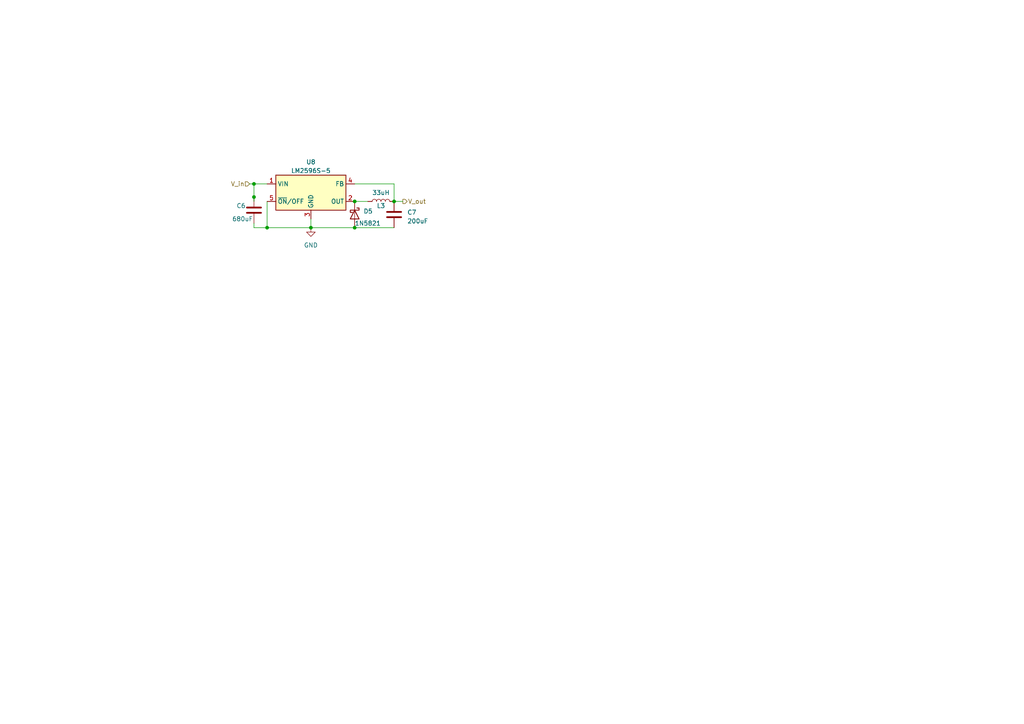
<source format=kicad_sch>
(kicad_sch (version 20230121) (generator eeschema)
  (paper "A4")
  (lib_symbols
    (symbol "Device:C" (pin_numbers hide) (pin_names (offset 0.254))
      (property "Reference" "C" (at 0.635 2.54 0))
      (property "Value" "C" (at 0.635 -2.54 0))
      (symbol "C_0_1"
        (polyline (pts (xy -2.032 -0.762) (xy 2.032 -0.762)) (stroke (width 0.508)))
        (polyline (pts (xy -2.032 0.762) (xy 2.032 0.762)) (stroke (width 0.508)))
      )
      (symbol "C_1_1"
        (pin passive line (at 0 3.81 270) (length 2.794) (name "~") (number "1"))
        (pin passive line (at 0 -3.81 90) (length 2.794) (name "~") (number "2"))
      )
    )
    (symbol "Device:L" (pin_numbers hide) (pin_names (offset 1.016) hide)
      (property "Reference" "L" (at -1.27 0 90))
      (property "Value" "L" (at 1.905 0 90))
      (symbol "L_0_1"
        (arc (start 0 -2.54) (mid 0.6323 -1.905) (end 0 -1.27))
        (arc (start 0 -1.27) (mid 0.6323 -0.635) (end 0 0))
        (arc (start 0 0) (mid 0.6323 0.635) (end 0 1.27))
        (arc (start 0 1.27) (mid 0.6323 1.905) (end 0 2.54))
      )
      (symbol "L_1_1"
        (pin passive line (at 0 3.81 270) (length 1.27) (name "1") (number "1"))
        (pin passive line (at 0 -3.81 90) (length 1.27) (name "2") (number "2"))
      )
    )
    (symbol "Diode:1N5821" (pin_numbers hide) (pin_names (offset 1.016) hide)
      (property "Reference" "D" (at 0 2.54 0))
      (property "Value" "1N5821" (at 0 -2.54 0))
      (symbol "1N5821_0_1"
        (polyline (pts (xy 1.27 0) (xy -1.27 0)))
        (polyline (pts (xy 1.27 1.27) (xy 1.27 -1.27) (xy -1.27 0) (xy 1.27 1.27)) (stroke (width 0.254)))
        (polyline (pts (xy -1.905 0.635) (xy -1.905 1.27) (xy -1.27 1.27) (xy -1.27 -1.27) (xy -0.635 -1.27) (xy -0.635 -0.635)) (stroke (width 0.254)))
      )
      (symbol "1N5821_1_1"
        (pin passive line (at -3.81 0 0) (length 2.54) (name "K") (number "1"))
        (pin passive line (at 3.81 0 180) (length 2.54) (name "A") (number "2"))
      )
    )
    (symbol "Regulator_Switching:LM2596S-5"
      (property "Reference" "U" (at -10.16 6.35 0))
      (property "Value" "LM2596S-5" (at 0 6.35 0))
      (symbol "LM2596S-5_0_1"
        (rectangle (start -10.16 5.08) (end 10.16 -5.08) (stroke (width 0.254)) (fill (type background)))
      )
      (symbol "LM2596S-5_1_1"
        (pin power_in line (at -12.7 2.54 0) (length 2.54) (name "VIN") (number "1"))
        (pin output line (at 12.7 -2.54 180) (length 2.54) (name "OUT") (number "2"))
        (pin power_in line (at 0 -7.62 90) (length 2.54) (name "GND") (number "3"))
        (pin input line (at 12.7 2.54 180) (length 2.54) (name "FB") (number "4"))
        (pin input line (at -12.7 -2.54 0) (length 2.54) (name "~{ON}/OFF") (number "5"))
      )
    )
    (symbol "power:GND" (power) (pin_names (offset 0))
      (property "Value" "GND" (at 0 -3.81 0))
      (symbol "GND_0_1"
        (polyline (pts (xy 0 0) (xy 0 -1.27) (xy 1.27 -1.27) (xy 0 -2.54) (xy -1.27 -1.27) (xy 0 -1.27)))
      )
      (symbol "GND_1_1"
        (pin power_in line (at 0 0 270) (length 0) hide (name "GND") (number "1"))
      )
    )
  )
  (junction (at 90.17 66.04))
  (junction (at 114.3 58.42))
  (junction (at 73.66 53.34))
  (junction (at 77.47 66.04))
  (junction (at 73.66 57.15))
  (junction (at 102.87 58.42))
  (junction (at 102.87 66.04))
  (wire (pts (xy 72.39 53.34) (xy 73.66 53.34)))
  (wire (pts (xy 102.87 53.34) (xy 114.3 53.34)))
  (wire (pts (xy 102.87 58.42) (xy 106.68 58.42)))
  (wire (pts (xy 90.17 63.5) (xy 90.17 66.04)))
  (wire (pts (xy 73.66 66.04) (xy 77.47 66.04)))
  (wire (pts (xy 73.66 66.04) (xy 73.66 64.77)))
  (wire (pts (xy 90.17 66.04) (xy 102.87 66.04)))
  (wire (pts (xy 73.66 57.15) (xy 73.66 58.42)))
  (wire (pts (xy 73.66 53.34) (xy 73.66 57.15)))
  (wire (pts (xy 73.66 53.34) (xy 77.47 53.34)))
  (wire (pts (xy 77.47 66.04) (xy 90.17 66.04)))
  (wire (pts (xy 116.84 58.42) (xy 114.3 58.42)))
  (wire (pts (xy 102.87 66.04) (xy 114.3 66.04)))
  (wire (pts (xy 77.47 58.42) (xy 77.47 66.04)))
  (wire (pts (xy 114.3 53.34) (xy 114.3 58.42)))
  (hierarchical_label "V­­_out" (shape output) (at 116.84 58.42 0))
  (hierarchical_label "V_in" (shape input) (at 72.39 53.34 180))
  (symbol (lib_id "Diode:1N5821") (at 102.87 62.23 270) (unit 1)
    (property "Reference" "D3" (at 105.41 61.2775 90) (effects (justify left)))
    (property "Value" "1N5821" (at 102.87 64.77 90) (effects (justify left)))
    (property "Footprint" "Diode_THT:D_DO-201AD_P15.24mm_Horizontal" (effects hide))
    (property "Datasheet" "http://www.vishay.com/docs/88526/1n5820.pdf" (effects hide))
    (instances (project "augertapowermanagement" (path "" (reference "D5") (unit 1)) (path "" (reference "D6") (unit 1)) (path "" (reference "D7") (unit 1)) (path "" (reference "D8") (unit 1)) (path "" (reference "D9") (unit 1)) (path "" (reference "D10") (unit 1))))
  )
  (symbol (lib_id "Regulator_Switching:LM2596S-5") (at 90.17 55.88 0) (unit 1)
    (property "Reference" "U16" (at 90.17 46.99 0))
    (property "Value" "LM2596S-5" (at 90.17 49.53 0))
    (property "Footprint" "Package_TO_SOT_SMD:TO-263-5_TabPin3" (effects hide))
    (property "Datasheet" "http://www.ti.com/lit/ds/symlink/lm2596.pdf" (effects hide))
    (instances (project "augertapowermanagement" (path "" (reference "U8") (unit 1)) (path "" (reference "U4") (unit 1)) (path "" (reference "U5") (unit 1)) (path "" (reference "U9") (unit 1)) (path "" (reference "U13") (unit 1)) (path "" (reference "U17") (unit 1))))
  )
  (symbol (lib_id "Device:C") (at 114.3 62.23 0) (unit 1)
    (property "Reference" "C3" (at 118.11 61.595 0) (effects (justify left)))
    (property "Value" "200uF" (at 118.11 64.135 0) (effects (justify left)))
    (instances (project "augertapowermanagement" (path "" (reference "C7") (unit 1)) (path "" (reference "C9") (unit 1)) (path "" (reference "C11") (unit 1)) (path "" (reference "C13") (unit 1)) (path "" (reference "C15") (unit 1)) (path "" (reference "C17") (unit 1))))
  )
  (symbol (lib_id "power:GND") (at 90.17 66.04 0) (unit 1)
    (property "Reference" "#PWR035" (effects hide))
    (property "Value" "GND" (at 90.17 71.12 0))
    (instances (project "augertapowermanagement" (path "" (reference "#PWR021") (unit 1)) (path "" (reference "#PWR014") (unit 1)) (path "" (reference "#PWR015") (unit 1)) (path "" (reference "#PWR016") (unit 1)) (path "" (reference "#PWR017") (unit 1)) (path "" (reference "#PWR022") (unit 1))))
  )
  (symbol (lib_id "Device:C") (at 73.66 60.96 0) (unit 1)
    (property "Reference" "C1" (at 68.58 59.69 0) (effects (justify left)))
    (property "Value" "680uF" (at 67.31 63.5 0) (effects (justify left)))
    (instances (project "augertapowermanagement" (path "" (reference "C6") (unit 1)) (path "" (reference "C8") (unit 1)) (path "" (reference "C10") (unit 1)) (path "" (reference "C12") (unit 1)) (path "" (reference "C14") (unit 1)) (path "" (reference "C16") (unit 1))))
  )
  (symbol (lib_id "Device:L") (at 110.49 58.42 90) (unit 1)
    (property "Reference" "L1" (at 110.49 59.69 90))
    (property "Value" "33uH" (at 110.49 55.88 90))
    (instances (project "augertapowermanagement" (path "" (reference "L3") (unit 1)) (path "" (reference "L4") (unit 1)) (path "" (reference "L5") (unit 1)) (path "" (reference "L6") (unit 1)) (path "" (reference "L7") (unit 1)) (path "" (reference "L8") (unit 1))))
  )
)
</source>
